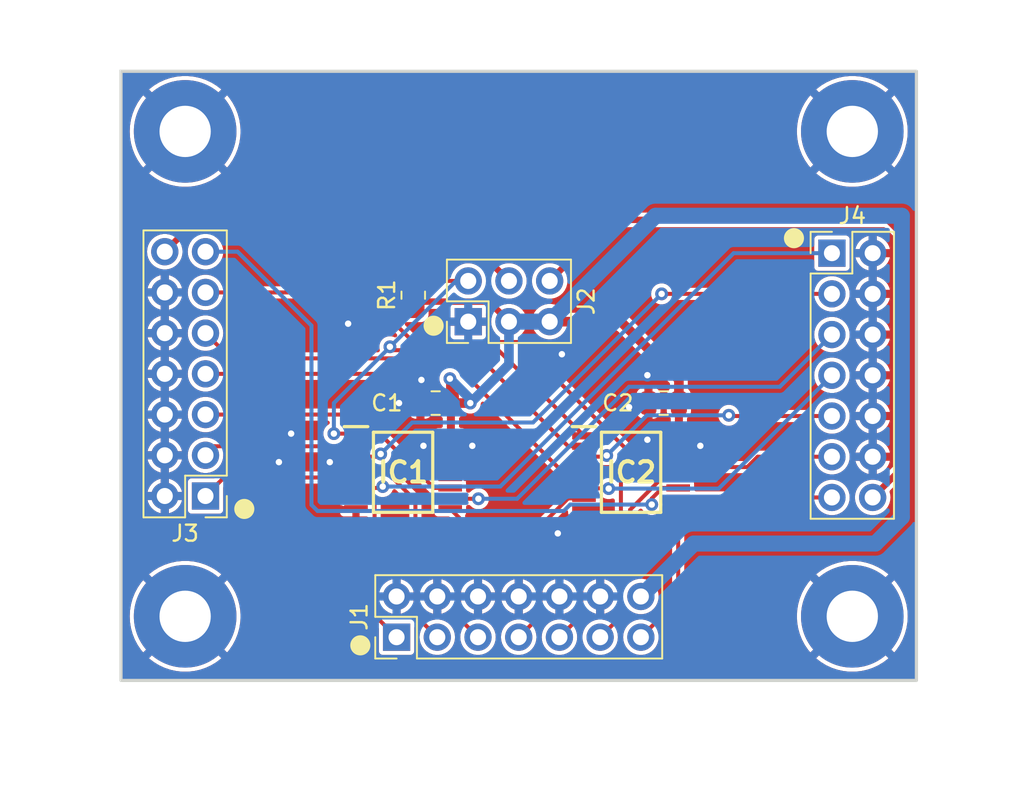
<source format=kicad_pcb>
(kicad_pcb (version 20221018) (generator pcbnew)
  (layers (0 "F.Cu" signal "Front") (31 "B.Cu" signal "Back") (34 "B.Paste" user) (35 "F.Paste" user) (36 "B.SilkS" user "B.Silks") (37 "F.SilkS" user "F.Silks") (38 "B.Mask" user) (39 "F.Mask" user) (44 "Edge.Cuts" user))
  (net 0 "")
  (net 1 "VBUS")
  (net 2 "GND")
  (net 3 "/SEL")
  (net 4 "/S5A")
  (net 5 "/S5B")
  (net 6 "/D5")
  (net 7 "/S6A")
  (net 8 "/S6B")
  (net 9 "/D6")
  (net 10 "/D7")
  (net 11 "/S7B")
  (net 12 "/S7A")
  (net 13 "/S1A")
  (net 14 "/S1B")
  (net 15 "/D1")
  (net 16 "/S2A")
  (net 17 "/S2B")
  (net 18 "/D3")
  (net 19 "/S3B")
  (net 20 "/S3A")
  (net 21 "/D4")
  (net 22 "/S4B")
  (net 23 "/S4A")
  (net 24 "/VBUSA")
  (net 25 "/VBUSB")
  (net 26 "/D2")
  (footprint "Connector_PinHeader_2.54mm:PinHeader_2x03_P2.54mm_Vertical" (layer "F.Cu") (at 199.39 86.868 90)
    (fp_text reference "J2" (at 1.27 7.366 90) (layer "F.SilkS"))
    (fp_text value "Conn_02x03_Odd_Even")
    (fp_line (start -1.33 -1.33) (end 0 -1.33) (stroke (width 0.12)) (layer "F.SilkS"))
    (fp_line (start -1.33 0) (end -1.33 -1.33) (stroke (width 0.12)) (layer "F.SilkS"))
    (fp_line (start -1.33 1.27) (end -1.33 6.41) (stroke (width 0.12)) (layer "F.SilkS"))
    (fp_line (start -1.33 1.27) (end 1.27 1.27) (stroke (width 0.12)) (layer "F.SilkS"))
    (fp_line (start -1.33 6.41) (end 3.87 6.41) (stroke (width 0.12)) (layer "F.SilkS"))
    (fp_line (start 1.27 -1.33) (end 3.87 -1.33) (stroke (width 0.12)) (layer "F.SilkS"))
    (fp_line (start 1.27 1.27) (end 1.27 -1.33) (stroke (width 0.12)) (layer "F.SilkS"))
    (fp_line (start 3.87 -1.33) (end 3.87 6.41) (stroke (width 0.12)) (layer "F.SilkS"))
    (pad "1" thru_hole rect (at 0 0 90) (size 1.7 1.7) (drill 1) (layers "*.Cu" "*.Mask") (net 2 "GND"))
    (pad "2" thru_hole oval (at 2.54 0 90) (size 1.7 1.7) (drill 1) (layers "*.Cu" "*.Mask") (net 3 "/SEL"))
    (pad "3" thru_hole oval (at 0 2.54 90) (size 1.7 1.7) (drill 1) (layers "*.Cu" "*.Mask") (net 1 "VBUS"))
    (pad "4" thru_hole oval (at 2.54 2.54 90) (size 1.7 1.7) (drill 1) (layers "*.Cu" "*.Mask") (net 24 "/VBUSA"))
    (pad "5" thru_hole oval (at 0 5.08 90) (size 1.7 1.7) (drill 1) (layers "*.Cu" "*.Mask") (net 1 "VBUS"))
    (pad "6" thru_hole oval (at 2.54 5.08 90) (size 1.7 1.7) (drill 1) (layers "*.Cu" "*.Mask") (net 25 "/VBUSB"))
  )
  (footprint "Capacitor_SMD:C_0805_2012Metric" (layer "F.Cu") (at 211.582 91.948 180)
    (fp_text reference "C2" (at 2.86 0) (layer "F.SilkS"))
    (fp_text value "10u")
    (fp_line (start -0.261252 -0.735) (end 0.261252 -0.735) (stroke (width 0.12)) (layer "F.SilkS"))
    (fp_line (start -0.261252 0.735) (end 0.261252 0.735) (stroke (width 0.12)) (layer "F.SilkS"))
    (pad "1" smd roundrect (at -0.95 0 180) (size 1 1.45) (layers "F.Cu" "F.Paste" "F.Mask") (net 1 "VBUS"))
    (pad "2" smd roundrect (at 0.95 0 180) (size 1 1.45) (layers "F.Cu" "F.Paste" "F.Mask") (net 2 "GND"))
  )
  (footprint "MountingHole:MountingHole_3.2mm_M3_Pad_TopBottom" (layer "F.Cu") (at 181.73 75)
    (fp_text reference "H1" hide)
    (fp_text value "MountingHole_Pad" hide)
    (pad "1" thru_hole circle (at 0 0) (size 3.6 3.6) (drill 3.2) (layers "*.Cu" "*.Mask") (net 2 "GND"))
    (pad "1" connect circle (at 0 0) (size 6.4 6.4) (layers "F.Cu" "F.Mask") (net 2 "GND"))
    (pad "1" connect circle (at 0 0) (size 6.4 6.4) (layers "B.Cu" "B.Mask") (net 2 "GND"))
  )
  (footprint "Connector_PinHeader_2.54mm:PinHeader_2x07_P2.54mm_Vertical" (layer "F.Cu") (at 183 97.745 180)
    (fp_text reference "J3" (at 1.27 -2.33) (layer "F.SilkS"))
    (fp_text value "Header")
    (fp_line (start -1.33 -1.33) (end 0 -1.33) (stroke (width 0.12)) (layer "F.SilkS"))
    (fp_line (start -1.33 0) (end -1.33 -1.33) (stroke (width 0.12)) (layer "F.SilkS"))
    (fp_line (start -1.33 1.27) (end -1.33 16.57) (stroke (width 0.12)) (layer "F.SilkS"))
    (fp_line (start -1.33 1.27) (end 1.27 1.27) (stroke (width 0.12)) (layer "F.SilkS"))
    (fp_line (start -1.33 16.57) (end 3.87 16.57) (stroke (width 0.12)) (layer "F.SilkS"))
    (fp_line (start 1.27 -1.33) (end 3.87 -1.33) (stroke (width 0.12)) (layer "F.SilkS"))
    (fp_line (start 1.27 1.27) (end 1.27 -1.33) (stroke (width 0.12)) (layer "F.SilkS"))
    (fp_line (start 3.87 -1.33) (end 3.87 16.57) (stroke (width 0.12)) (layer "F.SilkS"))
    (pad "1" thru_hole rect (at 0 0 180) (size 1.7 1.7) (drill 1) (layers "*.Cu" "*.Mask") (net 20 "/S3A"))
    (pad "2" thru_hole oval (at 2.54 0 180) (size 1.7 1.7) (drill 1) (layers "*.Cu" "*.Mask") (net 2 "GND"))
    (pad "3" thru_hole oval (at 0 2.54 180) (size 1.7 1.7) (drill 1) (layers "*.Cu" "*.Mask") (net 23 "/S4A"))
    (pad "4" thru_hole oval (at 2.54 2.54 180) (size 1.7 1.7) (drill 1) (layers "*.Cu" "*.Mask") (net 2 "GND"))
    (pad "5" thru_hole oval (at 0 5.08 180) (size 1.7 1.7) (drill 1) (layers "*.Cu" "*.Mask") (net 16 "/S2A"))
    (pad "6" thru_hole oval (at 2.54 5.08 180) (size 1.7 1.7) (drill 1) (layers "*.Cu" "*.Mask") (net 2 "GND"))
    (pad "7" thru_hole oval (at 0 7.62 180) (size 1.7 1.7) (drill 1) (layers "*.Cu" "*.Mask") (net 4 "/S5A"))
    (pad "8" thru_hole oval (at 2.54 7.62 180) (size 1.7 1.7) (drill 1) (layers "*.Cu" "*.Mask") (net 2 "GND"))
    (pad "9" thru_hole oval (at 0 10.16 180) (size 1.7 1.7) (drill 1) (layers "*.Cu" "*.Mask") (net 13 "/S1A"))
    (pad "10" thru_hole oval (at 2.54 10.16 180) (size 1.7 1.7) (drill 1) (layers "*.Cu" "*.Mask") (net 2 "GND"))
    (pad "11" thru_hole oval (at 0 12.7 180) (size 1.7 1.7) (drill 1) (layers "*.Cu" "*.Mask") (net 7 "/S6A"))
    (pad "12" thru_hole oval (at 2.54 12.7 180) (size 1.7 1.7) (drill 1) (layers "*.Cu" "*.Mask") (net 2 "GND"))
    (pad "13" thru_hole oval (at 0 15.24 180) (size 1.7 1.7) (drill 1) (layers "*.Cu" "*.Mask") (net 12 "/S7A"))
    (pad "14" thru_hole oval (at 2.54 15.24 180) (size 1.7 1.7) (drill 1) (layers "*.Cu" "*.Mask") (net 24 "/VBUSA"))
  )
  (footprint "mouser:SOP65P640X120-16N" (layer "F.Cu") (at 209.55 96.266)
    (fp_text reference "IC2" (at 0 0) (layer "F.SilkS") (effects (font (size 1.27 1.27) (thickness 0.254))))
    (fp_text value "SN3257QPWRQ1" hide)
    (fp_line (start -3.675 -2.85) (end -2.2 -2.85) (stroke (width 0.2)) (layer "F.SilkS"))
    (fp_line (start -1.85 -2.5) (end 1.85 -2.5) (stroke (width 0.2)) (layer "F.SilkS"))
    (fp_line (start -1.85 2.5) (end -1.85 -2.5) (stroke (width 0.2)) (layer "F.SilkS"))
    (fp_line (start 1.85 -2.5) (end 1.85 2.5) (stroke (width 0.2)) (layer "F.SilkS"))
    (fp_line (start 1.85 2.5) (end -1.85 2.5) (stroke (width 0.2)) (layer "F.SilkS"))
    (pad "1" smd rect (at -2.938 -2.275 90) (size 0.45 1.475) (layers "F.Cu" "F.Paste" "F.Mask") (net 3 "/SEL"))
    (pad "2" smd rect (at -2.938 -1.625 90) (size 0.45 1.475) (layers "F.Cu" "F.Paste" "F.Mask") (net 13 "/S1A"))
    (pad "3" smd rect (at -2.938 -0.975 90) (size 0.45 1.475) (layers "F.Cu" "F.Paste" "F.Mask") (net 14 "/S1B"))
    (pad "4" smd rect (at -2.938 -0.325 90) (size 0.45 1.475) (layers "F.Cu" "F.Paste" "F.Mask") (net 15 "/D1"))
    (pad "5" smd rect (at -2.938 0.325 90) (size 0.45 1.475) (layers "F.Cu" "F.Paste" "F.Mask") (net 4 "/S5A"))
    (pad "6" smd rect (at -2.938 0.975 90) (size 0.45 1.475) (layers "F.Cu" "F.Paste" "F.Mask") (net 5 "/S5B"))
    (pad "7" smd rect (at -2.938 1.625 90) (size 0.45 1.475) (layers "F.Cu" "F.Paste" "F.Mask") (net 6 "/D5"))
    (pad "8" smd rect (at -2.938 2.275 90) (size 0.45 1.475) (layers "F.Cu" "F.Paste" "F.Mask") (net 2 "GND"))
    (pad "9" smd rect (at 2.938 2.275 90) (size 0.45 1.475) (layers "F.Cu" "F.Paste" "F.Mask") (net 10 "/D7"))
    (pad "10" smd rect (at 2.938 1.625 90) (size 0.45 1.475) (layers "F.Cu" "F.Paste" "F.Mask") (net 11 "/S7B"))
    (pad "11" smd rect (at 2.938 0.975 90) (size 0.45 1.475) (layers "F.Cu" "F.Paste" "F.Mask") (net 12 "/S7A"))
    (pad "12" smd rect (at 2.938 0.325 90) (size 0.45 1.475) (layers "F.Cu" "F.Paste" "F.Mask") (net 9 "/D6"))
    (pad "13" smd rect (at 2.938 -0.325 90) (size 0.45 1.475) (layers "F.Cu" "F.Paste" "F.Mask") (net 8 "/S6B"))
    (pad "14" smd rect (at 2.938 -0.975 90) (size 0.45 1.475) (layers "F.Cu" "F.Paste" "F.Mask") (net 7 "/S6A"))
    (pad "15" smd rect (at 2.938 -1.625 90) (size 0.45 1.475) (layers "F.Cu" "F.Paste" "F.Mask") (net 2 "GND"))
    (pad "16" smd rect (at 2.938 -2.275 90) (size 0.45 1.475) (layers "F.Cu" "F.Paste" "F.Mask") (net 1 "VBUS"))
  )
  (footprint "MountingHole:MountingHole_3.2mm_M3_Pad_TopBottom" (layer "F.Cu") (at 223.35 75)
    (fp_text reference "H4" hide)
    (fp_text value "MountingHole_Pad" hide)
    (pad "1" thru_hole circle (at 0 0) (size 3.6 3.6) (drill 3.2) (layers "*.Cu" "*.Mask") (net 2 "GND"))
    (pad "1" connect circle (at 0 0) (size 6.4 6.4) (layers "F.Cu" "F.Mask") (net 2 "GND"))
    (pad "1" connect circle (at 0 0) (size 6.4 6.4) (layers "B.Cu" "B.Mask") (net 2 "GND"))
  )
  (footprint "Connector_PinHeader_2.54mm:PinHeader_2x07_P2.54mm_Vertical" (layer "F.Cu") (at 194.92 106.553 90)
    (fp_text reference "J1" (at 1.27 -2.33 90) (layer "F.SilkS"))
    (fp_text value "Header")
    (fp_line (start -1.33 -1.33) (end 0 -1.33) (stroke (width 0.12)) (layer "F.SilkS"))
    (fp_line (start -1.33 0) (end -1.33 -1.33) (stroke (width 0.12)) (layer "F.SilkS"))
    (fp_line (start -1.33 1.27) (end -1.33 16.57) (stroke (width 0.12)) (layer "F.SilkS"))
    (fp_line (start -1.33 1.27) (end 1.27 1.27) (stroke (width 0.12)) (layer "F.SilkS"))
    (fp_line (start -1.33 16.57) (end 3.87 16.57) (stroke (width 0.12)) (layer "F.SilkS"))
    (fp_line (start 1.27 -1.33) (end 3.87 -1.33) (stroke (width 0.12)) (layer "F.SilkS"))
    (fp_line (start 1.27 1.27) (end 1.27 -1.33) (stroke (width 0.12)) (layer "F.SilkS"))
    (fp_line (start 3.87 -1.33) (end 3.87 16.57) (stroke (width 0.12)) (layer "F.SilkS"))
    (pad "1" thru_hole rect (at 0 0 90) (size 1.7 1.7) (drill 1) (layers "*.Cu" "*.Mask") (net 18 "/D3"))
    (pad "2" thru_hole oval (at 2.54 0 90) (size 1.7 1.7) (drill 1) (layers "*.Cu" "*.Mask") (net 2 "GND"))
    (pad "3" thru_hole oval (at 0 2.54 90) (size 1.7 1.7) (drill 1) (layers "*.Cu" "*.Mask") (net 21 "/D4"))
    (pad "4" thru_hole oval (at 2.54 2.54 90) (size 1.7 1.7) (drill 1) (layers "*.Cu" "*.Mask") (net 2 "GND"))
    (pad "5" thru_hole oval (at 0 5.08 90) (size 1.7 1.7) (drill 1) (layers "*.Cu" "*.Mask") (net 26 "/D2"))
    (pad "6" thru_hole oval (at 2.54 5.08 90) (size 1.7 1.7) (drill 1) (layers "*.Cu" "*.Mask") (net 2 "GND"))
    (pad "7" thru_hole oval (at 0 7.62 90) (size 1.7 1.7) (drill 1) (layers "*.Cu" "*.Mask") (net 6 "/D5"))
    (pad "8" thru_hole oval (at 2.54 7.62 90) (size 1.7 1.7) (drill 1) (layers "*.Cu" "*.Mask") (net 2 "GND"))
    (pad "9" thru_hole oval (at 0 10.16 90) (size 1.7 1.7) (drill 1) (layers "*.Cu" "*.Mask") (net 15 "/D1"))
    (pad "10" thru_hole oval (at 2.54 10.16 90) (size 1.7 1.7) (drill 1) (layers "*.Cu" "*.Mask") (net 2 "GND"))
    (pad "11" thru_hole oval (at 0 12.7 90) (size 1.7 1.7) (drill 1) (layers "*.Cu" "*.Mask") (net 9 "/D6"))
    (pad "12" thru_hole oval (at 2.54 12.7 90) (size 1.7 1.7) (drill 1) (layers "*.Cu" "*.Mask") (net 2 "GND"))
    (pad "13" thru_hole oval (at 0 15.24 90) (size 1.7 1.7) (drill 1) (layers "*.Cu" "*.Mask") (net 10 "/D7"))
    (pad "14" thru_hole oval (at 2.54 15.24 90) (size 1.7 1.7) (drill 1) (layers "*.Cu" "*.Mask") (net 1 "VBUS"))
  )
  (footprint "Connector_PinHeader_2.54mm:PinHeader_2x07_P2.54mm_Vertical" (layer "F.Cu") (at 222.08 82.595)
    (fp_text reference "J4" (at 1.27 -2.33) (layer "F.SilkS"))
    (fp_text value "Header")
    (fp_line (start -1.33 -1.33) (end 0 -1.33) (stroke (width 0.12)) (layer "F.SilkS"))
    (fp_line (start -1.33 0) (end -1.33 -1.33) (stroke (width 0.12)) (layer "F.SilkS"))
    (fp_line (start -1.33 1.27) (end -1.33 16.57) (stroke (width 0.12)) (layer "F.SilkS"))
    (fp_line (start -1.33 1.27) (end 1.27 1.27) (stroke (width 0.12)) (layer "F.SilkS"))
    (fp_line (start -1.33 16.57) (end 3.87 16.57) (stroke (width 0.12)) (layer "F.SilkS"))
    (fp_line (start 1.27 -1.33) (end 3.87 -1.33) (stroke (width 0.12)) (layer "F.SilkS"))
    (fp_line (start 1.27 1.27) (end 1.27 -1.33) (stroke (width 0.12)) (layer "F.SilkS"))
    (fp_line (start 3.87 -1.33) (end 3.87 16.57) (stroke (width 0.12)) (layer "F.SilkS"))
    (pad "1" thru_hole rect (at 0 0) (size 1.7 1.7) (drill 1) (layers "*.Cu" "*.Mask") (net 19 "/S3B"))
    (pad "2" thru_hole oval (at 2.54 0) (size 1.7 1.7) (drill 1) (layers "*.Cu" "*.Mask") (net 2 "GND"))
    (pad "3" thru_hole oval (at 0 2.54) (size 1.7 1.7) (drill 1) (layers "*.Cu" "*.Mask") (net 22 "/S4B"))
    (pad "4" thru_hole oval (at 2.54 2.54) (size 1.7 1.7) (drill 1) (layers "*.Cu" "*.Mask") (net 2 "GND"))
    (pad "5" thru_hole oval (at 0 5.08) (size 1.7 1.7) (drill 1) (layers "*.Cu" "*.Mask") (net 17 "/S2B"))
    (pad "6" thru_hole oval (at 2.54 5.08) (size 1.7 1.7) (drill 1) (layers "*.Cu" "*.Mask") (net 2 "GND"))
    (pad "7" thru_hole oval (at 0 7.62) (size 1.7 1.7) (drill 1) (layers "*.Cu" "*.Mask") (net 5 "/S5B"))
    (pad "8" thru_hole oval (at 2.54 7.62) (size 1.7 1.7) (drill 1) (layers "*.Cu" "*.Mask") (net 2 "GND"))
    (pad "9" thru_hole oval (at 0 10.16) (size 1.7 1.7) (drill 1) (layers "*.Cu" "*.Mask") (net 14 "/S1B"))
    (pad "10" thru_hole oval (at 2.54 10.16) (size 1.7 1.7) (drill 1) (layers "*.Cu" "*.Mask") (net 2 "GND"))
    (pad "11" thru_hole oval (at 0 12.7) (size 1.7 1.7) (drill 1) (layers "*.Cu" "*.Mask") (net 8 "/S6B"))
    (pad "12" thru_hole oval (at 2.54 12.7) (size 1.7 1.7) (drill 1) (layers "*.Cu" "*.Mask") (net 2 "GND"))
    (pad "13" thru_hole oval (at 0 15.24) (size 1.7 1.7) (drill 1) (layers "*.Cu" "*.Mask") (net 11 "/S7B"))
    (pad "14" thru_hole oval (at 2.54 15.24) (size 1.7 1.7) (drill 1) (layers "*.Cu" "*.Mask") (net 25 "/VBUSB"))
  )
  (footprint "MountingHole:MountingHole_3.2mm_M3_Pad_TopBottom" (layer "F.Cu") (at 181.73 105.25)
    (fp_text reference "H2" hide)
    (fp_text value "MountingHole_Pad" hide)
    (pad "1" thru_hole circle (at 0 0) (size 3.6 3.6) (drill 3.2) (layers "*.Cu" "*.Mask") (net 2 "GND"))
    (pad "1" connect circle (at 0 0) (size 6.4 6.4) (layers "F.Cu" "F.Mask") (net 2 "GND"))
    (pad "1" connect circle (at 0 0) (size 6.4 6.4) (layers "B.Cu" "B.Mask") (net 2 "GND"))
  )
  (footprint "mouser:SOP65P640X120-16N" (layer "F.Cu") (at 195.326 96.266)
    (fp_text reference "IC1" (at 0 0) (layer "F.SilkS") (effects (font (size 1.27 1.27) (thickness 0.254))))
    (fp_text value "SN3257QPWRQ1" hide)
    (fp_line (start -3.675 -2.85) (end -2.2 -2.85) (stroke (width 0.2)) (layer "F.SilkS"))
    (fp_line (start -1.85 -2.5) (end 1.85 -2.5) (stroke (width 0.2)) (layer "F.SilkS"))
    (fp_line (start -1.85 2.5) (end -1.85 -2.5) (stroke (width 0.2)) (layer "F.SilkS"))
    (fp_line (start 1.85 -2.5) (end 1.85 2.5) (stroke (width 0.2)) (layer "F.SilkS"))
    (fp_line (start 1.85 2.5) (end -1.85 2.5) (stroke (width 0.2)) (layer "F.SilkS"))
    (pad "1" smd rect (at -2.938 -2.275 90) (size 0.45 1.475) (layers "F.Cu" "F.Paste" "F.Mask") (net 3 "/SEL"))
    (pad "2" smd rect (at -2.938 -1.625 90) (size 0.45 1.475) (layers "F.Cu" "F.Paste" "F.Mask") (net 23 "/S4A"))
    (pad "3" smd rect (at -2.938 -0.975 90) (size 0.45 1.475) (layers "F.Cu" "F.Paste" "F.Mask") (net 22 "/S4B"))
    (pad "4" smd rect (at -2.938 -0.325 90) (size 0.45 1.475) (layers "F.Cu" "F.Paste" "F.Mask") (net 21 "/D4"))
    (pad "5" smd rect (at -2.938 0.325 90) (size 0.45 1.475) (layers "F.Cu" "F.Paste" "F.Mask") (net 20 "/S3A"))
    (pad "6" smd rect (at -2.938 0.975 90) (size 0.45 1.475) (layers "F.Cu" "F.Paste" "F.Mask") (net 19 "/S3B"))
    (pad "7" smd rect (at -2.938 1.625 90) (size 0.45 1.475) (layers "F.Cu" "F.Paste" "F.Mask") (net 18 "/D3"))
    (pad "8" smd rect (at -2.938 2.275 90) (size 0.45 1.475) (layers "F.Cu" "F.Paste" "F.Mask") (net 2 "GND"))
    (pad "9" smd rect (at 2.938 2.275 90) (size 0.45 1.475) (layers "F.Cu" "F.Paste" "F.Mask") (net 26 "/D2"))
    (pad "10" smd rect (at 2.938 1.625 90) (size 0.45 1.475) (layers "F.Cu" "F.Paste" "F.Mask") (net 17 "/S2B"))
    (pad "11" smd rect (at 2.938 0.975 90) (size 0.45 1.475) (layers "F.Cu" "F.Paste" "F.Mask") (net 16 "/S2A"))
    (pad "12" smd rect (at 2.938 0.325 90) (size 0.45 1.475) (layers "F.Cu" "F.Paste" "F.Mask") (net 2 "GND"))
    (pad "13" smd rect (at 2.938 -0.325 90) (size 0.45 1.475) (layers "F.Cu" "F.Paste" "F.Mask") (net 2 "GND"))
    (pad "14" smd rect (at 2.938 -0.975 90) (size 0.45 1.475) (layers "F.Cu" "F.Paste" "F.Mask") (net 2 "GND"))
    (pad "15" smd rect (at 2.938 -1.625 90) (size 0.45 1.475) (layers "F.Cu" "F.Paste" "F.Mask") (net 2 "GND"))
    (pad "16" smd rect (at 2.938 -2.275 90) (size 0.45 1.475) (layers "F.Cu" "F.Paste" "F.Mask") (net 1 "VBUS"))
  )
  (footprint "MountingHole:MountingHole_3.2mm_M3_Pad_TopBottom" (layer "F.Cu") (at 223.35 105.25)
    (fp_text reference "H3" hide)
    (fp_text value "MountingHole_Pad" hide)
    (pad "1" thru_hole circle (at 0 0) (size 3.6 3.6) (drill 3.2) (layers "*.Cu" "*.Mask") (net 2 "GND"))
    (pad "1" connect circle (at 0 0) (size 6.4 6.4) (layers "F.Cu" "F.Mask") (net 2 "GND"))
    (pad "1" connect circle (at 0 0) (size 6.4 6.4) (layers "B.Cu" "B.Mask") (net 2 "GND"))
  )
  (footprint "Capacitor_SMD:C_0805_2012Metric" (layer "F.Cu") (at 197.358 91.948 180)
    (fp_text reference "C1" (at 3.048 0) (layer "F.SilkS"))
    (fp_text value "10u")
    (fp_line (start -0.261252 -0.735) (end 0.261252 -0.735) (stroke (width 0.12)) (layer "F.SilkS"))
    (fp_line (start -0.261252 0.735) (end 0.261252 0.735) (stroke (width 0.12)) (layer "F.SilkS"))
    (pad "1" smd roundrect (at -0.95 0 180) (size 1 1.45) (layers "F.Cu" "F.Paste" "F.Mask") (net 1 "VBUS"))
    (pad "2" smd roundrect (at 0.95 0 180) (size 1 1.45) (layers "F.Cu" "F.Paste" "F.Mask") (net 2 "GND"))
  )
  (footprint "Resistor_SMD:R_0805_2012Metric" (layer "F.Cu") (at 195.961 85.217 90)
    (fp_text reference "R1" (at 0 -1.65 90) (layer "F.SilkS"))
    (fp_text value "4K7")
    (fp_line (start -0.227064 -0.735) (end 0.227064 -0.735) (stroke (width 0.12)) (layer "F.SilkS"))
    (fp_line (start -0.227064 0.735) (end 0.227064 0.735) (stroke (width 0.12)) (layer "F.SilkS"))
    (pad "1" smd roundrect (at -0.9125 0 90) (size 1.025 1.4) (layers "F.Cu" "F.Paste" "F.Mask") (roundrect_rratio 0.243902) (net 1 "VBUS"))
    (pad "2" smd roundrect (at 0.9125 0 90) (size 1.025 1.4) (layers "F.Cu" "F.Paste" "F.Mask") (roundrect_rratio 0.243902) (net 3 "/SEL"))
  )
  (gr_circle (center 219.71 81.661) (end 220.21 81.661) (stroke (width 0.254)) (fill solid) (layer "F.SilkS"))
  (gr_circle (center 197.231 87.122) (end 197.731 87.122) (stroke (width 0.254)) (fill solid) (layer "F.SilkS"))
  (gr_circle (center 185.42 98.552) (end 185.92 98.552) (stroke (width 0.254)) (fill solid) (layer "F.SilkS"))
  (gr_circle (center 192.659 107.061) (end 193.159 107.061) (stroke (width 0.254)) (fill solid) (layer "F.SilkS"))
  (gr_rect (start 177.73 71.25) (end 227.35 109.25) (stroke (width 0.2)) (fill none) (layer "Edge.Cuts"))
  (segment (start 212.532 91.948) (end 212.532 93.947) (width 0.5) (layer "F.Cu") (net 1))
  (segment (start 198.308 91.948) (end 198.308 93.947) (width 0.5) (layer "F.Cu") (net 1))
  (segment (start 196.4725 85.618) (end 200.68 85.618) (width 0.4) (layer "F.Cu") (net 1))
  (segment (start 198.308 90.485) (end 198.247 90.424) (width 0.4) (layer "F.Cu") (net 1))
  (segment (start 212.532 90.485) (end 212.532 91.948) (width 0.6) (layer "F.Cu") (net 1))
  (segment (start 198.308 93.947) (end 198.264 93.991) (width 0.4) (layer "F.Cu") (net 1))
  (segment (start 208.915 86.868) (end 212.532 90.485) (width 0.6) (layer "F.Cu") (net 1))
  (segment (start 212.532 93.947) (end 212.488 93.991) (width 0.4) (layer "F.Cu") (net 1))
  (segment (start 200.68 85.618) (end 201.93 86.868) (width 0.4) (layer "F.Cu") (net 1))
  (segment (start 195.961 86.1295) (end 196.4725 85.618) (width 0.4) (layer "F.Cu") (net 1))
  (segment (start 198.308 91.948) (end 199.517 91.948) (width 0.6) (layer "F.Cu") (net 1))
  (segment (start 204.47 86.868) (end 208.915 86.868) (width 0.6) (layer "F.Cu") (net 1))
  (segment (start 198.308 91.948) (end 198.308 90.485) (width 0.6) (layer "F.Cu") (net 1))
  (via (at 198.247 90.424) (size 0.8) (drill 0.4) (layers "F.Cu" "B.Cu") (net 1))
  (via (at 199.517 91.948) (size 0.8) (drill 0.4) (layers "F.Cu" "B.Cu") (net 1))
  (segment (start 201.93 89.535) (end 199.517 91.948) (width 0.6) (layer "B.Cu") (net 1))
  (segment (start 199.517 91.694) (end 199.517 91.948) (width 0.6) (layer "B.Cu") (net 1))
  (segment (start 213.462 100.711) (end 210.16 104.013) (width 1) (layer "B.Cu") (net 1))
  (segment (start 204.47 86.868) (end 211.074 80.264) (width 1) (layer "B.Cu") (net 1))
  (segment (start 201.93 86.868) (end 204.47 86.868) (width 1) (layer "B.Cu") (net 1))
  (segment (start 201.93 86.868) (end 201.93 89.535) (width 0.6) (layer "B.Cu") (net 1))
  (segment (start 226.441 80.264) (end 226.441 99.06) (width 1) (layer "B.Cu") (net 1))
  (segment (start 211.074 80.264) (end 226.441 80.264) (width 1) (layer "B.Cu") (net 1))
  (segment (start 198.247 90.424) (end 199.517 91.694) (width 0.6) (layer "B.Cu") (net 1))
  (segment (start 224.79 100.711) (end 213.462 100.711) (width 1) (layer "B.Cu") (net 1))
  (segment (start 226.441 99.06) (end 224.79 100.711) (width 1) (layer "B.Cu") (net 1))
  (segment (start 206.513 98.541) (end 204.978 100.076) (width 0.4) (layer "F.Cu") (net 2))
  (segment (start 206.612 98.541) (end 206.513 98.541) (width 0.4) (layer "F.Cu") (net 2))
  (via (at 205.232 88.9) (size 0.8) (drill 0.4) (layers "F.Cu" "B.Cu") (net 2))
  (via (at 188.341 93.853) (size 0.8) (drill 0.4) (layers "F.Cu" "B.Cu") (net 2))
  (via (at 209.423 92.202) (size 0.8) (drill 0.4) (layers "F.Cu" "B.Cu") (net 2))
  (via (at 199.644 94.615) (size 0.8) (drill 0.4) (layers "F.Cu" "B.Cu") (net 2))
  (via (at 204.978 100.076) (size 0.8) (drill 0.4) (layers "F.Cu" "B.Cu") (net 2))
  (via (at 210.566 94.234) (size 0.8) (drill 0.4) (layers "F.Cu" "B.Cu") (net 2))
  (via (at 210.566 90.2075) (size 0.8) (drill 0.4) (layers "F.Cu" "B.Cu") (net 2))
  (via (at 195.072 91.948) (size 0.8) (drill 0.4) (layers "F.Cu" "B.Cu") (net 2))
  (via (at 187.579 95.631) (size 0.8) (drill 0.4) (layers "F.Cu" "B.Cu") (net 2))
  (via (at 196.469 90.5045) (size 0.8) (drill 0.4) (layers "F.Cu" "B.Cu") (net 2))
  (via (at 191.897 86.995) (size 0.8) (drill 0.4) (layers "F.Cu" "B.Cu") (net 2))
  (via (at 213.868 94.615) (size 0.8) (drill 0.4) (layers "F.Cu" "B.Cu") (net 2))
  (via (at 196.596 94.615) (size 0.8) (drill 0.4) (layers "F.Cu" "B.Cu") (net 2))
  (via (at 190.754 95.631) (size 0.8) (drill 0.4) (layers "F.Cu" "B.Cu") (net 2))
  (segment (start 194.71576 88.646) (end 194.504261 88.434501) (width 0.25) (layer "F.Cu") (net 3))
  (segment (start 191.008 93.853) (end 192.25 93.853) (width 0.25) (layer "F.Cu") (net 3))
  (segment (start 206.612 93.991) (end 201.267 88.646) (width 0.25) (layer "F.Cu") (net 3))
  (segment (start 201.267 88.646) (end 194.71576 88.646) (width 0.25) (layer "F.Cu") (net 3))
  (segment (start 195.961 84.3045) (end 195.9845 84.328) (width 0.25) (layer "F.Cu") (net 3))
  (segment (start 195.9845 84.328) (end 199.39 84.328) (width 0.25) (layer "F.Cu") (net 3))
  (segment (start 192.25 93.853) (end 192.388 93.991) (width 0.25) (layer "F.Cu") (net 3))
  (via (at 191.008 93.853) (size 0.8) (drill 0.4) (layers "F.Cu" "B.Cu") (net 3))
  (via (at 194.504261 88.434501) (size 0.8) (drill 0.4) (layers "F.Cu" "B.Cu") (net 3))
  (segment (start 198.628 84.328) (end 191.008 91.948) (width 0.25) (layer "B.Cu") (net 3))
  (segment (start 191.008 91.948) (end 191.008 93.853) (width 0.25) (layer "B.Cu") (net 3))
  (segment (start 199.39 84.328) (end 198.628 84.328) (width 0.25) (layer "B.Cu") (net 3))
  (segment (start 195.961 89.608502) (end 195.444502 90.125) (width 0.25) (layer "F.Cu") (net 4))
  (segment (start 195.444502 90.125) (end 183 90.125) (width 0.25) (layer "F.Cu") (net 4))
  (segment (start 198.642002 89.608502) (end 195.961 89.608502) (width 0.25) (layer "F.Cu") (net 4))
  (segment (start 206.612 96.591) (end 205.6245 96.591) (width 0.25) (layer "F.Cu") (net 4))
  (segment (start 205.6245 96.591) (end 198.642002 89.608502) (width 0.25) (layer "F.Cu") (net 4))
  (segment (start 206.612 97.241) (end 208.153 97.282) (width 0.25) (layer "F.Cu") (net 5))
  (via (at 208.153 97.282) (size 0.8) (drill 0.4) (layers "F.Cu" "B.Cu") (net 5))
  (segment (start 215.013 97.282) (end 222.08 90.215) (width 0.25) (layer "B.Cu") (net 5))
  (segment (start 208.153 97.282) (end 215.013 97.282) (width 0.25) (layer "B.Cu") (net 5))
  (segment (start 205.6245 97.891) (end 203.905 99.6105) (width 0.25) (layer "F.Cu") (net 6))
  (segment (start 203.905 99.6105) (end 203.905 105.188) (width 0.25) (layer "F.Cu") (net 6))
  (segment (start 203.905 105.188) (end 202.54 106.553) (width 0.25) (layer "F.Cu") (net 6))
  (segment (start 206.612 97.891) (end 205.6245 97.891) (width 0.25) (layer "F.Cu") (net 6))
  (segment (start 192.86938 85.045) (end 183 85.045) (width 0.25) (layer "F.Cu") (net 7))
  (segment (start 202.56638 88.138) (end 195.96238 88.138) (width 0.25) (layer "F.Cu") (net 7))
  (segment (start 195.96238 88.138) (end 192.86938 85.045) (width 0.25) (layer "F.Cu") (net 7))
  (segment (start 209.71938 95.291) (end 202.56638 88.138) (width 0.25) (layer "F.Cu") (net 7))
  (segment (start 212.488 95.291) (end 209.71938 95.291) (width 0.25) (layer "F.Cu") (net 7))
  (segment (start 216.7975 95.941) (end 217.4435 95.295) (width 0.25) (layer "F.Cu") (net 8))
  (segment (start 212.488 95.941) (end 216.7975 95.941) (width 0.25) (layer "F.Cu") (net 8))
  (segment (start 217.4435 95.295) (end 222.08 95.295) (width 0.25) (layer "F.Cu") (net 8))
  (segment (start 209.491501 98.599999) (end 209.491501 100.515499) (width 0.25) (layer "F.Cu") (net 9))
  (segment (start 212.488 96.591) (end 211.5005 96.591) (width 0.25) (layer "F.Cu") (net 9))
  (segment (start 209.491501 100.515499) (end 208.915 101.092) (width 0.25) (layer "F.Cu") (net 9))
  (segment (start 208.915 101.092) (end 208.915 105.258) (width 0.25) (layer "F.Cu") (net 9))
  (segment (start 211.5005 96.591) (end 209.491501 98.599999) (width 0.25) (layer "F.Cu") (net 9))
  (segment (start 208.915 105.258) (end 207.62 106.553) (width 0.25) (layer "F.Cu") (net 9))
  (segment (start 212.488 98.541) (end 212.488 104.225) (width 0.25) (layer "F.Cu") (net 10))
  (segment (start 212.488 104.225) (end 210.16 106.553) (width 0.25) (layer "F.Cu") (net 10))
  (segment (start 213.5315 97.835) (end 222.08 97.835) (width 0.25) (layer "F.Cu") (net 11))
  (segment (start 212.488 97.891) (end 213.4755 97.891) (width 0.25) (layer "F.Cu") (net 11))
  (segment (start 213.4755 97.891) (end 213.5315 97.835) (width 0.25) (layer "F.Cu") (net 11))
  (segment (start 212.488 97.241) (end 211.5005 97.241) (width 0.25) (layer "F.Cu") (net 12))
  (segment (start 211.5005 97.241) (end 210.837799 97.903701) (width 0.25) (layer "F.Cu") (net 12))
  (segment (start 210.837799 97.903701) (end 210.837799 98.278299) (width 0.25) (layer "F.Cu") (net 12))
  (via (at 210.837799 98.278299) (size 0.8) (drill 0.4) (layers "F.Cu" "B.Cu") (net 12))
  (segment (start 205.350402 98.679) (end 205.751103 98.278299) (width 0.25) (layer "B.Cu") (net 12))
  (segment (start 183 82.505) (end 185 82.505) (width 0.25) (layer "B.Cu") (net 12))
  (segment (start 189.992 98.679) (end 205.350402 98.679) (width 0.25) (layer "B.Cu") (net 12))
  (segment (start 189.611 98.298) (end 189.992 98.679) (width 0.25) (layer "B.Cu") (net 12))
  (segment (start 205.751103 98.278299) (end 210.837799 98.278299) (width 0.25) (layer "B.Cu") (net 12))
  (segment (start 189.611 87.116) (end 189.611 98.298) (width 0.25) (layer "B.Cu") (net 12))
  (segment (start 185 82.505) (end 189.611 87.116) (width 0.25) (layer "B.Cu") (net 12))
  (segment (start 205.6245 94.641) (end 200.142501 89.159001) (width 0.25) (layer "F.Cu") (net 13))
  (segment (start 184.574001 89.159001) (end 183 87.585) (width 0.25) (layer "F.Cu") (net 13))
  (segment (start 206.612 94.641) (end 205.6245 94.641) (width 0.25) (layer "F.Cu") (net 13))
  (segment (start 200.142501 89.159001) (end 184.574001 89.159001) (width 0.25) (layer "F.Cu") (net 13))
  (segment (start 215.691 92.755) (end 215.646 92.71) (width 0.25) (layer "F.Cu") (net 14))
  (segment (start 222.08 92.755) (end 215.691 92.755) (width 0.25) (layer "F.Cu") (net 14))
  (segment (start 206.612 95.291) (end 207.958346 95.291) (width 0.25) (layer "F.Cu") (net 14))
  (via (at 208.029083 95.2165) (size 0.8) (drill 0.4) (layers "F.Cu" "B.Cu") (net 14))
  (via (at 215.646 92.71) (size 0.8) (drill 0.4) (layers "F.Cu" "B.Cu") (net 14))
  (segment (start 210.535583 92.71) (end 208.029083 95.2165) (width 0.25) (layer "B.Cu") (net 14))
  (segment (start 215.646 92.71) (end 210.535583 92.71) (width 0.25) (layer "B.Cu") (net 14))
  (segment (start 208.915 96.705848) (end 208.915 98.933) (width 0.25) (layer "F.Cu") (net 15))
  (segment (start 206.445 105.188) (end 205.08 106.553) (width 0.25) (layer "F.Cu") (net 15))
  (segment (start 206.445 101.403) (end 206.445 105.188) (width 0.25) (layer "F.Cu") (net 15))
  (segment (start 208.915 98.933) (end 206.445 101.403) (width 0.25) (layer "F.Cu") (net 15))
  (segment (start 208.150152 95.941) (end 208.915 96.705848) (width 0.25) (layer "F.Cu") (net 15))
  (segment (start 206.612 95.941) (end 208.150152 95.941) (width 0.25) (layer "F.Cu") (net 15))
  (segment (start 197.2505 97.241) (end 192.6745 92.665) (width 0.25) (layer "F.Cu") (net 16))
  (segment (start 192.6745 92.665) (end 183 92.665) (width 0.25) (layer "F.Cu") (net 16))
  (segment (start 198.264 97.241) (end 197.2505 97.241) (width 0.25) (layer "F.Cu") (net 16))
  (segment (start 200.025 97.917) (end 198.29 97.917) (width 0.25) (layer "F.Cu") (net 17))
  (segment (start 198.29 97.917) (end 198.264 97.891) (width 0.25) (layer "F.Cu") (net 17))
  (via (at 200.025 97.917) (size 0.8) (drill 0.4) (layers "F.Cu" "B.Cu") (net 17))
  (segment (start 218.823 90.932) (end 222.08 87.675) (width 0.25) (layer "B.Cu") (net 17))
  (segment (start 200.025 97.917) (end 202.438 97.917) (width 0.25) (layer "B.Cu") (net 17))
  (segment (start 209.423 90.932) (end 218.823 90.932) (width 0.25) (layer "B.Cu") (net 17))
  (segment (start 202.438 97.917) (end 209.423 90.932) (width 0.25) (layer "B.Cu") (net 17))
  (segment (start 193.548 105.181) (end 194.92 106.553) (width 0.25) (layer "F.Cu") (net 18))
  (segment (start 193.548 98.0635) (end 193.548 105.181) (width 0.25) (layer "F.Cu") (net 18))
  (segment (start 192.388 97.891) (end 193.3755 97.891) (width 0.25) (layer "F.Cu") (net 18))
  (segment (start 193.3755 97.891) (end 193.548 98.0635) (width 0.25) (layer "F.Cu") (net 18))
  (segment (start 193.97 97.241) (end 194.056 97.155) (width 0.25) (layer "F.Cu") (net 19))
  (segment (start 192.388 97.241) (end 193.97 97.241) (width 0.25) (layer "F.Cu") (net 19))
  (via (at 194.056 97.155) (size 0.8) (drill 0.4) (layers "F.Cu" "B.Cu") (net 19))
  (segment (start 215.946718 82.595) (end 222.08 82.595) (width 0.25) (layer "B.Cu") (net 19))
  (segment (start 201.386718 97.155) (end 215.946718 82.595) (width 0.25) (layer "B.Cu") (net 19))
  (segment (start 194.056 97.155) (end 201.386718 97.155) (width 0.25) (layer "B.Cu") (net 19))
  (segment (start 184.154 96.591) (end 183 97.745) (width 0.25) (layer "F.Cu") (net 20))
  (segment (start 192.388 96.591) (end 184.154 96.591) (width 0.25) (layer "F.Cu") (net 20))
  (segment (start 192.388 95.941) (end 194.002903 95.941) (width 0.25) (layer "F.Cu") (net 21))
  (segment (start 196.095 98.033097) (end 196.095 105.188) (width 0.25) (layer "F.Cu") (net 21))
  (segment (start 196.095 105.188) (end 197.46 106.553) (width 0.25) (layer "F.Cu") (net 21))
  (segment (start 194.002903 95.941) (end 196.095 98.033097) (width 0.25) (layer "F.Cu") (net 21))
  (segment (start 211.455 85.135) (end 222.08 85.135) (width 0.25) (layer "F.Cu") (net 22))
  (segment (start 193.634 95.291) (end 193.802 95.123) (width 0.25) (layer "F.Cu") (net 22))
  (segment (start 192.388 95.291) (end 193.634 95.291) (width 0.25) (layer "F.Cu") (net 22))
  (via (at 193.929 95.123) (size 0.8) (drill 0.4) (layers "F.Cu" "B.Cu") (net 22))
  (via (at 211.455 85.135) (size 0.8) (drill 0.4) (layers "F.Cu" "B.Cu") (net 22))
  (segment (start 195.892499 93.159501) (end 203.430499 93.159501) (width 0.25) (layer "B.Cu") (net 22))
  (segment (start 203.430499 93.159501) (end 211.455 85.135) (width 0.25) (layer "B.Cu") (net 22))
  (segment (start 193.929 95.123) (end 195.892499 93.159501) (width 0.25) (layer "B.Cu") (net 22))
  (segment (start 183 95.205) (end 183.564 94.641) (width 0.25) (layer "F.Cu") (net 23))
  (segment (start 183.564 94.641) (end 192.388 94.641) (width 0.25) (layer "F.Cu") (net 23))
  (segment (start 182.066 80.899) (end 198.501 80.899) (width 0.4) (layer "F.Cu") (net 24))
  (segment (start 198.501 80.899) (end 201.93 84.328) (width 0.4) (layer "F.Cu") (net 24))
  (segment (start 180.46 82.505) (end 182.066 80.899) (width 0.4) (layer "F.Cu") (net 24))
  (segment (start 208.28 80.518) (end 225.552 80.518) (width 0.4) (layer "F.Cu") (net 25))
  (segment (start 204.47 84.328) (end 208.28 80.518) (width 0.4) (layer "F.Cu") (net 25))
  (segment (start 226.441 96.014) (end 224.62 97.835) (width 0.4) (layer "F.Cu") (net 25))
  (segment (start 226.441 81.407) (end 226.441 96.014) (width 0.4) (layer "F.Cu") (net 25))
  (segment (start 225.552 80.518) (end 226.441 81.407) (width 0.4) (layer "F.Cu") (net 25))
  (segment (start 198.825 99.102) (end 198.825 105.378) (width 0.25) (layer "F.Cu") (net 26))
  (segment (start 198.264 98.541) (end 198.825 99.102) (width 0.25) (layer "F.Cu") (net 26))
  (segment (start 198.825 105.378) (end 200 106.553) (width 0.25) (layer "F.Cu") (net 26))
  (zone (net 2) (net_name "GND") (layer "F.Cu") (connect_pads (clearance 0.254)) (min_thickness 0.254) (fill yes (thermal_gap 0.254) (thermal_bridge_width 0.508) (island_removal_mode 2) (island_area_min 10))
    (polygon (pts (xy 170.18 66.802) (xy 233.934 66.802) (xy 233.934 109.855) (xy 170.18 109.855)))
  )
  (zone (net 2) (net_name "GND") (layer "B.Cu") (connect_pads (clearance 0.254)) (min_thickness 0.254) (fill yes (thermal_gap 0.254) (thermal_bridge_width 0.508) (island_removal_mode 2) (island_area_min 10))
    (polygon (pts (xy 170.18 66.802) (xy 233.934 66.802) (xy 234.061 109.728) (xy 170.307 109.728)))
  )
)
</source>
